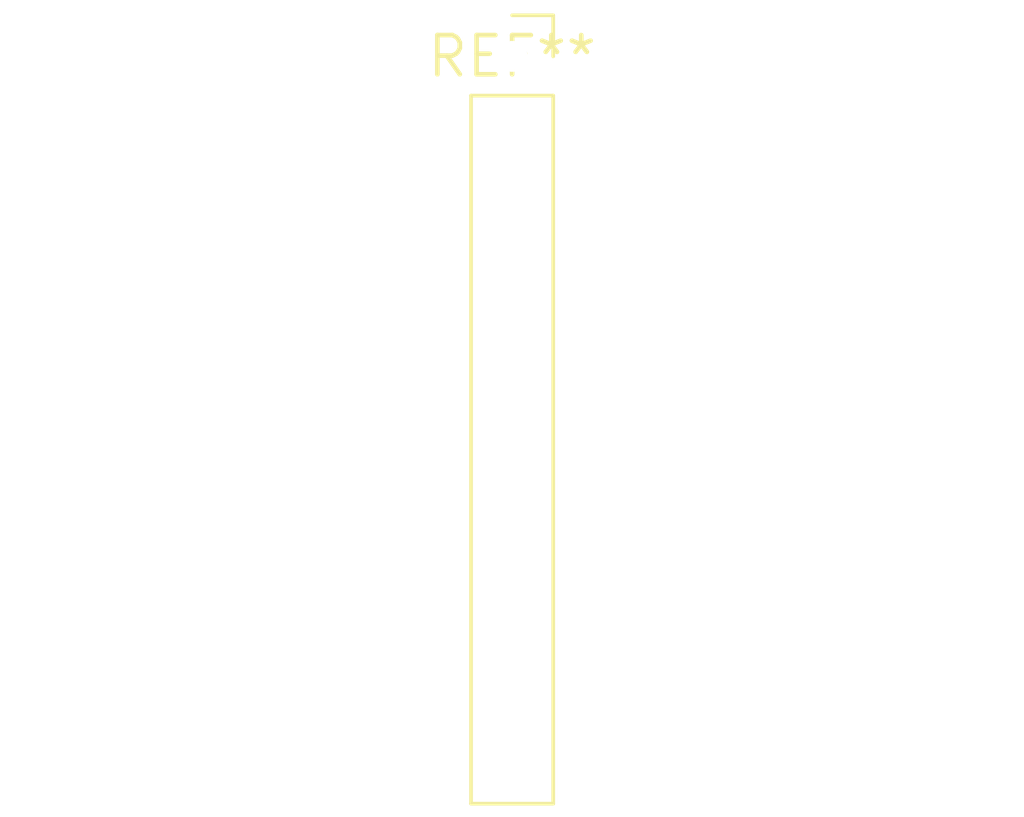
<source format=kicad_pcb>
(kicad_pcb (version 20240108) (generator pcbnew)
  (layers (0 "F.Cu" signal) (31 "B.Cu" signal) (34 "B.Paste" user) (35 "F.Paste" user) (36 "B.SilkS" user "B.Silkscreen") (37 "F.SilkS" user "F.Silkscreen") (38 "B.Mask" user) (39 "F.Mask" user) (44 "Edge.Cuts" user))
  (net 0 "")
  (footprint "PinSocket_1x10_P2.54mm_Vertical" (layer "F.Cu") (at 0 0)
    (property "Reference" "REF**")
    (property "Value" "PinSocket_1x10_P2.54mm_Vertical")
    (fp_line (start -1.33 1.27) (end -1.33 24.19) (layer "F.SilkS") (stroke (width 0.12)))
    (fp_line (start -1.33 1.27) (end 1.33 1.27) (layer "F.SilkS") (stroke (width 0.12)))
    (fp_line (start -1.33 24.19) (end 1.33 24.19) (layer "F.SilkS") (stroke (width 0.12)))
    (fp_line (start 0 -1.33) (end 1.33 -1.33) (layer "F.SilkS") (stroke (width 0.12)))
    (fp_line (start 1.33 -1.33) (end 1.33 0) (layer "F.SilkS") (stroke (width 0.12)))
    (fp_line (start 1.33 1.27) (end 1.33 24.19) (layer "F.SilkS") (stroke (width 0.12)))
    (pad "1" thru_hole rect (at 0 0) (size 1.7 1.7) (drill 1) (layers *.Cu *.Mask) (remove_unused_layers))
    (pad "2" thru_hole oval (at 0 2.54) (size 1.7 1.7) (drill 1) (layers *.Cu *.Mask) (remove_unused_layers))
    (pad "3" thru_hole oval (at 0 5.08) (size 1.7 1.7) (drill 1) (layers *.Cu *.Mask) (remove_unused_layers))
    (pad "4" thru_hole oval (at 0 7.62) (size 1.7 1.7) (drill 1) (layers *.Cu *.Mask) (remove_unused_layers))
    (pad "5" thru_hole oval (at 0 10.16) (size 1.7 1.7) (drill 1) (layers *.Cu *.Mask) (remove_unused_layers))
    (pad "6" thru_hole oval (at 0 12.7) (size 1.7 1.7) (drill 1) (layers *.Cu *.Mask) (remove_unused_layers))
    (pad "7" thru_hole oval (at 0 15.24) (size 1.7 1.7) (drill 1) (layers *.Cu *.Mask) (remove_unused_layers))
    (pad "8" thru_hole oval (at 0 17.78) (size 1.7 1.7) (drill 1) (layers *.Cu *.Mask) (remove_unused_layers))
    (pad "9" thru_hole oval (at 0 20.32) (size 1.7 1.7) (drill 1) (layers *.Cu *.Mask) (remove_unused_layers))
    (pad "10" thru_hole oval (at 0 22.86) (size 1.7 1.7) (drill 1) (layers *.Cu *.Mask) (remove_unused_layers))
  )
)
</source>
